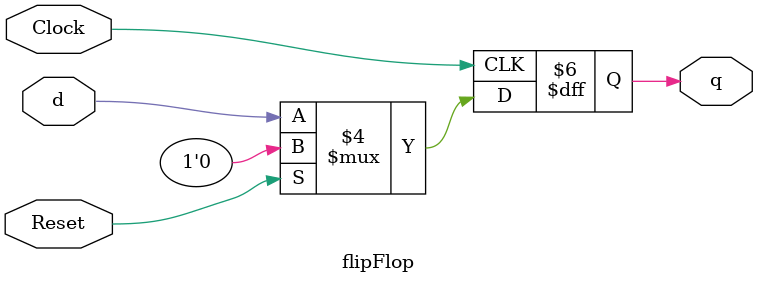
<source format=v>
`timescale 1ns / 1ns // `timescale time_unit/time_precision

module part3(clock, reset, ParallelLoadn, RotateRight, ASRight, Data_IN, Q);
    input clock, reset, ParallelLoadn, RotateRight, ASRight;
    input [7:0] Data_IN;
    output [7:0] Q;
    wire shift_type; 
    
    mux2to1 m0(.x(Q[0]), .y(Q[7]), .s(ASRight), .m(shift_type));

    sub_circuit s0(.left(Q[1]), .right(Q[7]), .LoadLeft(RotateRight), .D(Data_IN[0]), .loadn(ParallelLoadn), .clock(clock), .reset(reset), .Q(Q[0]));
    sub_circuit s1(.left(Q[2]), .right(Q[0]), .LoadLeft(RotateRight), .D(Data_IN[1]), .loadn(ParallelLoadn), .clock(clock), .reset(reset), .Q(Q[1]));
    sub_circuit s2(.left(Q[3]), .right(Q[1]), .LoadLeft(RotateRight), .D(Data_IN[2]), .loadn(ParallelLoadn), .clock(clock), .reset(reset), .Q(Q[2]));
    sub_circuit s3(.left(Q[4]), .right(Q[2]), .LoadLeft(RotateRight), .D(Data_IN[3]), .loadn(ParallelLoadn), .clock(clock), .reset(reset), .Q(Q[3]));
    sub_circuit s4(.left(Q[5]), .right(Q[3]), .LoadLeft(RotateRight), .D(Data_IN[4]), .loadn(ParallelLoadn), .clock(clock), .reset(reset), .Q(Q[4]));
    sub_circuit s5(.left(Q[6]), .right(Q[4]), .LoadLeft(RotateRight), .D(Data_IN[5]), .loadn(ParallelLoadn), .clock(clock), .reset(reset), .Q(Q[5]));
    sub_circuit s6(.left(Q[7]), .right(Q[5]), .LoadLeft(RotateRight), .D(Data_IN[6]), .loadn(ParallelLoadn), .clock(clock), .reset(reset), .Q(Q[6]));
    sub_circuit s7(.left(shift_type), .right(Q[6]), .LoadLeft(RotateRight), .D(Data_IN[7]), .loadn(ParallelLoadn), .clock(clock), .reset(reset), .Q(Q[7]));
endmodule

// Top level module
module TopG(SW, KEY, LEDR);
    input [9:0] SW;
    input [3:0] KEY;
    output [7:0] LEDR;

    part3 u0(.clock(~KEY[0]), .reset(SW[9]), .ParallelLoadn(~KEY[1]), .RotateRight(~KEY[2]), .ASRight(~KEY[3]), .Data_IN(SW[7:0]), .Q(LEDR[7:0]));
endmodule

// flip flop with the two multiplexers
module sub_circuit(right, left, LoadLeft, D, loadn, clock, reset, Q);
    input right, left, LoadLeft, loadn, D, clock, reset;
    output Q; 
    wire w1, w2;

    mux2to1 M0(.x(right), .y(left), .s(LoadLeft), .m(w1)); // in loving memory of Mo Wang
    mux2to1 M1(.x(D), .y(w1), .s(loadn), .m(w2));
    
    flipFlop F0(.Clock(clock), .Reset(reset), .d(w2), .q(Q));
endmodule

module mux2to1(x, y, s, m);
    input x; //select 0
    input y; //select 1
    input s; //select signal
    output m; //output
  
    //assign m = s & y | ~s & x;
    // OR
    assign m = s ? y : x;
endmodule

module flipFlop(Clock, Reset, d, q);
    input Clock, Reset, d;
    output reg q;

    always @(posedge Clock) // triggered every time clock rises
    begin
        if (Reset == 1'b1) // when Reset_b is 0 (tested on every rising clock edge)
            q <= 0;         // q is set to when Reset_b is not zero
        else 
            q <= d;         // value of d passes through to output q
    end
endmodule

</source>
